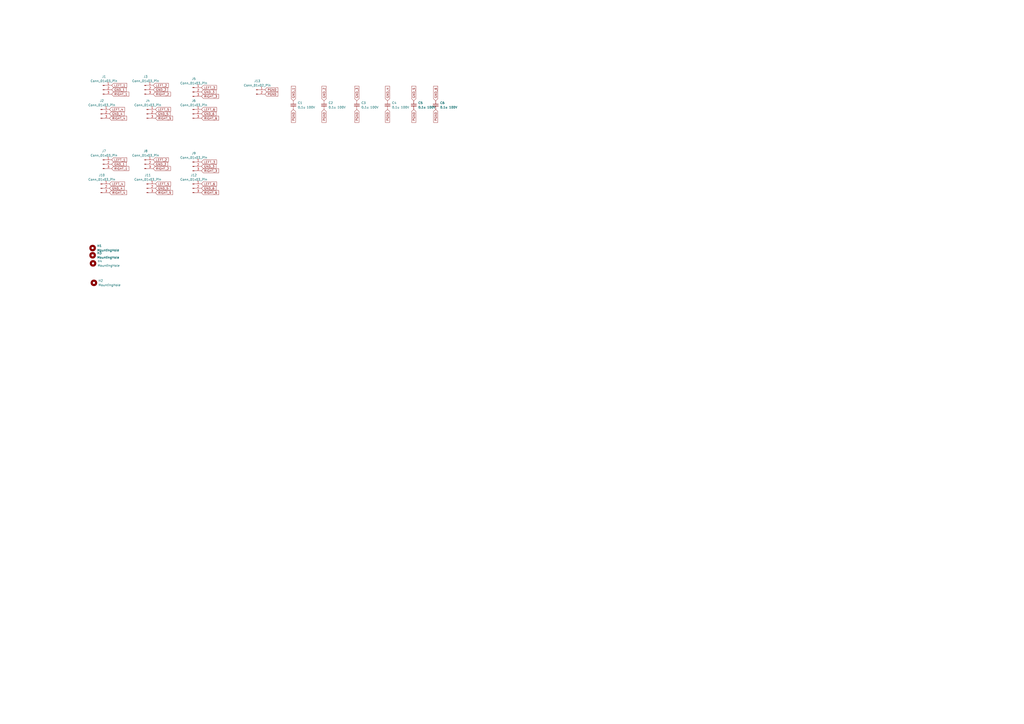
<source format=kicad_sch>
(kicad_sch (version 20231120) (generator "eeschema") (generator_version "8.0")
  (paper "A2")
  (lib_symbols
    (symbol "Connector:Conn_01x02_Pin" (pin_names (offset 1.016) hide)
      (property "Reference" "J" (at 0 2.54 0))
      (property "Value" "Conn_01x02_Pin" (at 0 -5.08 0))
      (symbol "Conn_01x02_Pin_1_1"
        (polyline (pts (xy 1.27 -2.54) (xy 0.8636 -2.54)) (stroke (width 0.1524)))
        (polyline (pts (xy 1.27 0) (xy 0.8636 0)) (stroke (width 0.1524)))
        (rectangle (start 0.8636 -2.413) (end 0 -2.667) (stroke (width 0.1524)) (fill (type outline)))
        (rectangle (start 0.8636 0.127) (end 0 -0.127) (stroke (width 0.1524)) (fill (type outline)))
        (pin passive line (at 5.08 0 180) (length 3.81) (name "Pin_1") (number "1"))
        (pin passive line (at 5.08 -2.54 180) (length 3.81) (name "Pin_2") (number "2"))
      )
    )
    (symbol "Connector:Conn_01x03_Pin" (pin_names (offset 1.016) hide)
      (property "Reference" "J" (at 0 5.08 0))
      (property "Value" "Conn_01x03_Pin" (at 0 -5.08 0))
      (symbol "Conn_01x03_Pin_1_1"
        (polyline (pts (xy 1.27 -2.54) (xy 0.8636 -2.54)) (stroke (width 0.1524)))
        (polyline (pts (xy 1.27 0) (xy 0.8636 0)) (stroke (width 0.1524)))
        (polyline (pts (xy 1.27 2.54) (xy 0.8636 2.54)) (stroke (width 0.1524)))
        (rectangle (start 0.8636 -2.413) (end 0 -2.667) (stroke (width 0.1524)) (fill (type outline)))
        (rectangle (start 0.8636 0.127) (end 0 -0.127) (stroke (width 0.1524)) (fill (type outline)))
        (rectangle (start 0.8636 2.667) (end 0 2.413) (stroke (width 0.1524)) (fill (type outline)))
        (pin passive line (at 5.08 2.54 180) (length 3.81) (name "Pin_1") (number "1"))
        (pin passive line (at 5.08 0 180) (length 3.81) (name "Pin_2") (number "2"))
        (pin passive line (at 5.08 -2.54 180) (length 3.81) (name "Pin_3") (number "3"))
      )
    )
    (symbol "Device:C_Small" (pin_numbers hide) (pin_names (offset 0.254) hide)
      (property "Reference" "C" (at 0.254 1.778 0))
      (property "Value" "C_Small" (at 0.254 -2.032 0))
      (symbol "C_Small_0_1"
        (polyline (pts (xy -1.524 -0.508) (xy 1.524 -0.508)) (stroke (width 0.3302)))
        (polyline (pts (xy -1.524 0.508) (xy 1.524 0.508)) (stroke (width 0.3048)))
      )
      (symbol "C_Small_1_1"
        (pin passive line (at 0 2.54 270) (length 2.032) (name "~") (number "1"))
        (pin passive line (at 0 -2.54 90) (length 2.032) (name "~") (number "2"))
      )
    )
    (symbol "Mechanical:MountingHole" (pin_names (offset 1.016))
      (property "Reference" "H" (at 0 5.08 0))
      (property "Value" "MountingHole" (at 0 3.175 0))
      (symbol "MountingHole_0_1"
        (circle (center 0 0) (radius 1.27) (stroke (width 1.27)))
      )
    )
  )
  (global_label "GND_1" (shape input) (at 64.77 52.07 0) (property "Intersheetrefs" "${INTERSHEET_REFS}" (effects (hide yes))))
  (global_label "RIGHT_2" (shape input) (at 88.9 97.79 0) (property "Intersheetrefs" "${INTERSHEET_REFS}" (effects (hide yes))))
  (global_label "GND_3" (shape input) (at 116.84 53.34 0) (property "Intersheetrefs" "${INTERSHEET_REFS}" (effects (hide yes))))
  (global_label "RIGHT_4" (shape input) (at 63.5 111.76 0) (property "Intersheetrefs" "${INTERSHEET_REFS}" (effects (hide yes))))
  (global_label "LEFT_2" (shape input) (at 88.9 92.71 0) (property "Intersheetrefs" "${INTERSHEET_REFS}" (effects (hide yes))))
  (global_label "RIGHT_3" (shape input) (at 116.84 55.88 0) (property "Intersheetrefs" "${INTERSHEET_REFS}" (effects (hide yes))))
  (global_label "RIGHT_3" (shape input) (at 116.84 99.06 0) (property "Intersheetrefs" "${INTERSHEET_REFS}" (effects (hide yes))))
  (global_label "RIGHT_2" (shape input) (at 88.9 54.61 0) (property "Intersheetrefs" "${INTERSHEET_REFS}" (effects (hide yes))))
  (global_label "LEFT_2" (shape input) (at 88.9 49.53 0) (property "Intersheetrefs" "${INTERSHEET_REFS}" (effects (hide yes))))
  (global_label "RIGHT_1" (shape input) (at 64.77 97.79 0) (property "Intersheetrefs" "${INTERSHEET_REFS}" (effects (hide yes))))
  (global_label "RIGHT_1" (shape input) (at 64.77 54.61 0) (property "Intersheetrefs" "${INTERSHEET_REFS}" (effects (hide yes))))
  (global_label "GND_6" (shape input) (at 116.84 109.22 0) (property "Intersheetrefs" "${INTERSHEET_REFS}" (effects (hide yes))))
  (global_label "LEFT_6" (shape input) (at 116.84 63.5 0) (property "Intersheetrefs" "${INTERSHEET_REFS}" (effects (hide yes))))
  (global_label "PGND" (shape input) (at 153.67 52.07 0) (property "Intersheetrefs" "${INTERSHEET_REFS}" (effects (hide yes))))
  (global_label "GND_1" (shape input) (at 170.18 58.42 90) (property "Intersheetrefs" "${INTERSHEET_REFS}" (effects (hide yes))))
  (global_label "LEFT_5" (shape input) (at 90.17 63.5 0) (property "Intersheetrefs" "${INTERSHEET_REFS}" (effects (hide yes))))
  (global_label "GND_4" (shape input) (at 63.5 109.22 0) (property "Intersheetrefs" "${INTERSHEET_REFS}" (effects (hide yes))))
  (global_label "PGND" (shape input) (at 170.18 63.5 270) (property "Intersheetrefs" "${INTERSHEET_REFS}" (effects (hide yes))))
  (global_label "RIGHT_5" (shape input) (at 90.17 68.58 0) (property "Intersheetrefs" "${INTERSHEET_REFS}" (effects (hide yes))))
  (global_label "LEFT_6" (shape input) (at 116.84 106.68 0) (property "Intersheetrefs" "${INTERSHEET_REFS}" (effects (hide yes))))
  (global_label "GND_2" (shape input) (at 88.9 52.07 0) (property "Intersheetrefs" "${INTERSHEET_REFS}" (effects (hide yes))))
  (global_label "GND_6" (shape input) (at 116.84 66.04 0) (property "Intersheetrefs" "${INTERSHEET_REFS}" (effects (hide yes))))
  (global_label "GND_4" (shape input) (at 224.79 58.42 90) (property "Intersheetrefs" "${INTERSHEET_REFS}" (effects (hide yes))))
  (global_label "PGND" (shape input) (at 207.01 63.5 270) (property "Intersheetrefs" "${INTERSHEET_REFS}" (effects (hide yes))))
  (global_label "GND_3" (shape input) (at 207.01 58.42 90) (property "Intersheetrefs" "${INTERSHEET_REFS}" (effects (hide yes))))
  (global_label "GND_2" (shape input) (at 187.96 58.42 90) (property "Intersheetrefs" "${INTERSHEET_REFS}" (effects (hide yes))))
  (global_label "RIGHT_6" (shape input) (at 116.84 111.76 0) (property "Intersheetrefs" "${INTERSHEET_REFS}" (effects (hide yes))))
  (global_label "LEFT_3" (shape input) (at 116.84 50.8 0) (property "Intersheetrefs" "${INTERSHEET_REFS}" (effects (hide yes))))
  (global_label "GND_5" (shape input) (at 240.03 58.42 90) (property "Intersheetrefs" "${INTERSHEET_REFS}" (effects (hide yes))))
  (global_label "LEFT_3" (shape input) (at 116.84 93.98 0) (property "Intersheetrefs" "${INTERSHEET_REFS}" (effects (hide yes))))
  (global_label "LEFT_4" (shape input) (at 63.5 63.5 0) (property "Intersheetrefs" "${INTERSHEET_REFS}" (effects (hide yes))))
  (global_label "GND_5" (shape input) (at 90.17 109.22 0) (property "Intersheetrefs" "${INTERSHEET_REFS}" (effects (hide yes))))
  (global_label "PGND" (shape input) (at 187.96 63.5 270) (property "Intersheetrefs" "${INTERSHEET_REFS}" (effects (hide yes))))
  (global_label "PGND" (shape input) (at 240.03 63.5 270) (property "Intersheetrefs" "${INTERSHEET_REFS}" (effects (hide yes))))
  (global_label "PGND" (shape input) (at 153.67 54.61 0) (property "Intersheetrefs" "${INTERSHEET_REFS}" (effects (hide yes))))
  (global_label "GND_6" (shape input) (at 252.73 58.42 90) (property "Intersheetrefs" "${INTERSHEET_REFS}" (effects (hide yes))))
  (global_label "LEFT_1" (shape input) (at 64.77 92.71 0) (property "Intersheetrefs" "${INTERSHEET_REFS}" (effects (hide yes))))
  (global_label "LEFT_1" (shape input) (at 64.77 49.53 0) (property "Intersheetrefs" "${INTERSHEET_REFS}" (effects (hide yes))))
  (global_label "PGND" (shape input) (at 224.79 63.5 270) (property "Intersheetrefs" "${INTERSHEET_REFS}" (effects (hide yes))))
  (global_label "PGND" (shape input) (at 252.73 63.5 270) (property "Intersheetrefs" "${INTERSHEET_REFS}" (effects (hide yes))))
  (global_label "GND_4" (shape input) (at 63.5 66.04 0) (property "Intersheetrefs" "${INTERSHEET_REFS}" (effects (hide yes))))
  (global_label "GND_2" (shape input) (at 88.9 95.25 0) (property "Intersheetrefs" "${INTERSHEET_REFS}" (effects (hide yes))))
  (global_label "LEFT_4" (shape input) (at 63.5 106.68 0) (property "Intersheetrefs" "${INTERSHEET_REFS}" (effects (hide yes))))
  (global_label "RIGHT_4" (shape input) (at 63.5 68.58 0) (property "Intersheetrefs" "${INTERSHEET_REFS}" (effects (hide yes))))
  (global_label "RIGHT_6" (shape input) (at 116.84 68.58 0) (property "Intersheetrefs" "${INTERSHEET_REFS}" (effects (hide yes))))
  (global_label "GND_1" (shape input) (at 64.77 95.25 0) (property "Intersheetrefs" "${INTERSHEET_REFS}" (effects (hide yes))))
  (global_label "GND_3" (shape input) (at 116.84 96.52 0) (property "Intersheetrefs" "${INTERSHEET_REFS}" (effects (hide yes))))
  (global_label "GND_5" (shape input) (at 90.17 66.04 0) (property "Intersheetrefs" "${INTERSHEET_REFS}" (effects (hide yes))))
  (global_label "LEFT_5" (shape input) (at 90.17 106.68 0) (property "Intersheetrefs" "${INTERSHEET_REFS}" (effects (hide yes))))
  (global_label "RIGHT_5" (shape input) (at 90.17 111.76 0) (property "Intersheetrefs" "${INTERSHEET_REFS}" (effects (hide yes))))
  (symbol (lib_id "Connector:Conn_01x03_Pin") (at 111.76 53.34 0) (unit 1)
    (property "Reference" "J5" (at 112.395 45.72 0))
    (property "Value" "Conn_01x03_Pin" (at 112.395 48.26 0))
    (property "Footprint" "Connector_JST:JST_PH_B3B-PH-K_1x03_P2.00mm_Vertical" (effects (hide yes)))
    (property "Description" "Generic connector, single row, 01x03, script generated" (effects (hide yes)))
  )
  (symbol (lib_id "Mechanical:MountingHole") (at 53.975 152.781 0) (unit 1)
    (property "Reference" "H4" (at 56.515 151.5109 0) (effects (justify left)))
    (property "Value" "MountingHole" (at 56.515 154.0509 0) (effects (justify left)))
    (property "Footprint" "MountingHole:MountingHole_3.2mm_M3" (effects (hide yes)))
  )
  (symbol (lib_id "Device:C_Small") (at 207.01 60.96 0) (unit 1)
    (property "Reference" "C3" (at 209.55 59.6962 0) (effects (justify left)))
    (property "Value" "0.1u 100V" (at 209.55 62.2362 0) (effects (justify left)))
    (property "Footprint" "Capacitor_SMD:C_1206_3216Metric" (effects (hide yes)))
    (property "Description" "Unpolarized capacitor, small symbol" (effects (hide yes)))
  )
  (symbol (lib_id "Device:C_Small") (at 252.73 60.96 0) (unit 1)
    (property "Reference" "C6" (at 255.27 59.6962 0) (effects (justify left)))
    (property "Value" "0.1u 100V" (at 255.27 62.2362 0) (effects (justify left)))
    (property "Footprint" "Capacitor_SMD:C_1206_3216Metric" (effects (hide yes)))
    (property "Description" "Unpolarized capacitor, small symbol" (effects (hide yes)))
  )
  (symbol (lib_id "Device:C_Small") (at 170.18 60.96 0) (unit 1)
    (property "Reference" "C1" (at 172.72 59.6962 0) (effects (justify left)))
    (property "Value" "0.1u 100V" (at 172.72 62.2362 0) (effects (justify left)))
    (property "Footprint" "Capacitor_SMD:C_1206_3216Metric" (effects (hide yes)))
    (property "Description" "Unpolarized capacitor, small symbol" (effects (hide yes)))
  )
  (symbol (lib_id "Connector:Conn_01x03_Pin") (at 58.42 109.22 0) (unit 1)
    (property "Reference" "J10" (at 59.055 101.6 0))
    (property "Value" "Conn_01x03_Pin" (at 59.055 104.14 0))
    (property "Footprint" "Connector_JST:JST_PH_B3B-PH-K_1x03_P2.00mm_Vertical" (effects (hide yes)))
    (property "Description" "Generic connector, single row, 01x03, script generated" (effects (hide yes)))
  )
  (symbol (lib_id "Connector:Conn_01x03_Pin") (at 83.82 52.07 0) (unit 1)
    (property "Reference" "J3" (at 84.455 44.45 0))
    (property "Value" "Conn_01x03_Pin" (at 84.455 46.99 0))
    (property "Footprint" "Connector_JST:JST_PH_B3B-PH-K_1x03_P2.00mm_Vertical" (effects (hide yes)))
    (property "Description" "Generic connector, single row, 01x03, script generated" (effects (hide yes)))
  )
  (symbol (lib_id "Connector:Conn_01x03_Pin") (at 59.69 52.07 0) (unit 1)
    (property "Reference" "J1" (at 60.325 44.45 0))
    (property "Value" "Conn_01x03_Pin" (at 60.325 46.99 0))
    (property "Footprint" "Connector_JST:JST_PH_B3B-PH-K_1x03_P2.00mm_Vertical" (effects (hide yes)))
    (property "Description" "Generic connector, single row, 01x03, script generated" (effects (hide yes)))
  )
  (symbol (lib_id "Mechanical:MountingHole") (at 53.721 148.082 0) (unit 1)
    (property "Reference" "H3" (at 56.261 146.8119 0) (effects (justify left)))
    (property "Value" "MountingHole" (at 56.261 149.3519 0) (effects (justify left)))
    (property "Footprint" "MountingHole:MountingHole_3.2mm_M3" (effects (hide yes)))
  )
  (symbol (lib_id "Connector:Conn_01x03_Pin") (at 111.76 66.04 0) (unit 1)
    (property "Reference" "J6" (at 112.395 58.42 0))
    (property "Value" "Conn_01x03_Pin" (at 112.395 60.96 0))
    (property "Footprint" "Connector_JST:JST_PH_B3B-PH-K_1x03_P2.00mm_Vertical" (effects (hide yes)))
    (property "Description" "Generic connector, single row, 01x03, script generated" (effects (hide yes)))
  )
  (symbol (lib_id "Mechanical:MountingHole") (at 53.721 143.891 0) (unit 1)
    (property "Reference" "H1" (at 56.261 142.6209 0) (effects (justify left)))
    (property "Value" "MountingHole" (at 56.261 145.1609 0) (effects (justify left)))
    (property "Footprint" "MountingHole:MountingHole_3.2mm_M3" (effects (hide yes)))
  )
  (symbol (lib_id "Connector:Conn_01x03_Pin") (at 58.42 66.04 0) (unit 1)
    (property "Reference" "J2" (at 59.055 58.42 0))
    (property "Value" "Conn_01x03_Pin" (at 59.055 60.96 0))
    (property "Footprint" "Connector_JST:JST_PH_B3B-PH-K_1x03_P2.00mm_Vertical" (effects (hide yes)))
    (property "Description" "Generic connector, single row, 01x03, script generated" (effects (hide yes)))
  )
  (symbol (lib_id "Connector:Conn_01x03_Pin") (at 111.76 96.52 0) (unit 1)
    (property "Reference" "J9" (at 112.395 88.9 0))
    (property "Value" "Conn_01x03_Pin" (at 112.395 91.44 0))
    (property "Footprint" "Connector_JST:JST_PH_B3B-PH-K_1x03_P2.00mm_Vertical" (effects (hide yes)))
    (property "Description" "Generic connector, single row, 01x03, script generated" (effects (hide yes)))
  )
  (symbol (lib_id "Connector:Conn_01x03_Pin") (at 83.82 95.25 0) (unit 1)
    (property "Reference" "J8" (at 84.455 87.63 0))
    (property "Value" "Conn_01x03_Pin" (at 84.455 90.17 0))
    (property "Footprint" "Connector_JST:JST_PH_B3B-PH-K_1x03_P2.00mm_Vertical" (effects (hide yes)))
    (property "Description" "Generic connector, single row, 01x03, script generated" (effects (hide yes)))
  )
  (symbol (lib_id "Connector:Conn_01x03_Pin") (at 85.09 109.22 0) (unit 1)
    (property "Reference" "J11" (at 85.725 101.6 0))
    (property "Value" "Conn_01x03_Pin" (at 85.725 104.14 0))
    (property "Footprint" "Connector_JST:JST_PH_B3B-PH-K_1x03_P2.00mm_Vertical" (effects (hide yes)))
    (property "Description" "Generic connector, single row, 01x03, script generated" (effects (hide yes)))
  )
  (symbol (lib_id "Connector:Conn_01x03_Pin") (at 111.76 109.22 0) (unit 1)
    (property "Reference" "J12" (at 112.395 101.6 0))
    (property "Value" "Conn_01x03_Pin" (at 112.395 104.14 0))
    (property "Footprint" "Connector_JST:JST_PH_B3B-PH-K_1x03_P2.00mm_Vertical" (effects (hide yes)))
    (property "Description" "Generic connector, single row, 01x03, script generated" (effects (hide yes)))
  )
  (symbol (lib_id "Mechanical:MountingHole") (at 54.483 164.084 0) (unit 1)
    (property "Reference" "H2" (at 57.023 162.8139 0) (effects (justify left)))
    (property "Value" "MountingHole" (at 57.023 165.3539 0) (effects (justify left)))
    (property "Footprint" "MountingHole:MountingHole_3.2mm_M3" (effects (hide yes)))
  )
  (symbol (lib_id "Device:C_Small") (at 240.03 60.96 0) (unit 1)
    (property "Reference" "C5" (at 242.57 59.6962 0) (effects (justify left)))
    (property "Value" "0.1u 100V" (at 242.57 62.2362 0) (effects (justify left)))
    (property "Footprint" "Capacitor_SMD:C_1206_3216Metric" (effects (hide yes)))
    (property "Description" "Unpolarized capacitor, small symbol" (effects (hide yes)))
  )
  (symbol (lib_id "Connector:Conn_01x03_Pin") (at 59.69 95.25 0) (unit 1)
    (property "Reference" "J7" (at 60.325 87.63 0))
    (property "Value" "Conn_01x03_Pin" (at 60.325 90.17 0))
    (property "Footprint" "Connector_JST:JST_PH_B3B-PH-K_1x03_P2.00mm_Vertical" (effects (hide yes)))
    (property "Description" "Generic connector, single row, 01x03, script generated" (effects (hide yes)))
  )
  (symbol (lib_id "Device:C_Small") (at 224.79 60.96 0) (unit 1)
    (property "Reference" "C4" (at 227.33 59.6962 0) (effects (justify left)))
    (property "Value" "0.1u 100V" (at 227.33 62.2362 0) (effects (justify left)))
    (property "Footprint" "Capacitor_SMD:C_1206_3216Metric" (effects (hide yes)))
    (property "Description" "Unpolarized capacitor, small symbol" (effects (hide yes)))
  )
  (symbol (lib_id "Connector:Conn_01x03_Pin") (at 85.09 66.04 0) (unit 1)
    (property "Reference" "J4" (at 85.725 58.42 0))
    (property "Value" "Conn_01x03_Pin" (at 85.725 60.96 0))
    (property "Footprint" "Connector_JST:JST_PH_B3B-PH-K_1x03_P2.00mm_Vertical" (effects (hide yes)))
    (property "Description" "Generic connector, single row, 01x03, script generated" (effects (hide yes)))
  )
  (symbol (lib_id "Connector:Conn_01x02_Pin") (at 148.59 52.07 0) (unit 1)
    (property "Reference" "J13" (at 149.225 46.99 0))
    (property "Value" "Conn_01x02_Pin" (at 149.225 49.53 0))
    (property "Footprint" "Connector_JST:JST_VH_B2P-VH-B_1x02_P3.96mm_Vertical" (effects (hide yes)))
    (property "Description" "Generic connector, single row, 01x02, script generated" (effects (hide yes)))
  )
  (symbol (lib_id "Device:C_Small") (at 187.96 60.96 0) (unit 1)
    (property "Reference" "C2" (at 190.5 59.6962 0) (effects (justify left)))
    (property "Value" "0.1u 100V" (at 190.5 62.2362 0) (effects (justify left)))
    (property "Footprint" "Capacitor_SMD:C_1206_3216Metric" (effects (hide yes)))
    (property "Description" "Unpolarized capacitor, small symbol" (effects (hide yes)))
  )
)
</source>
